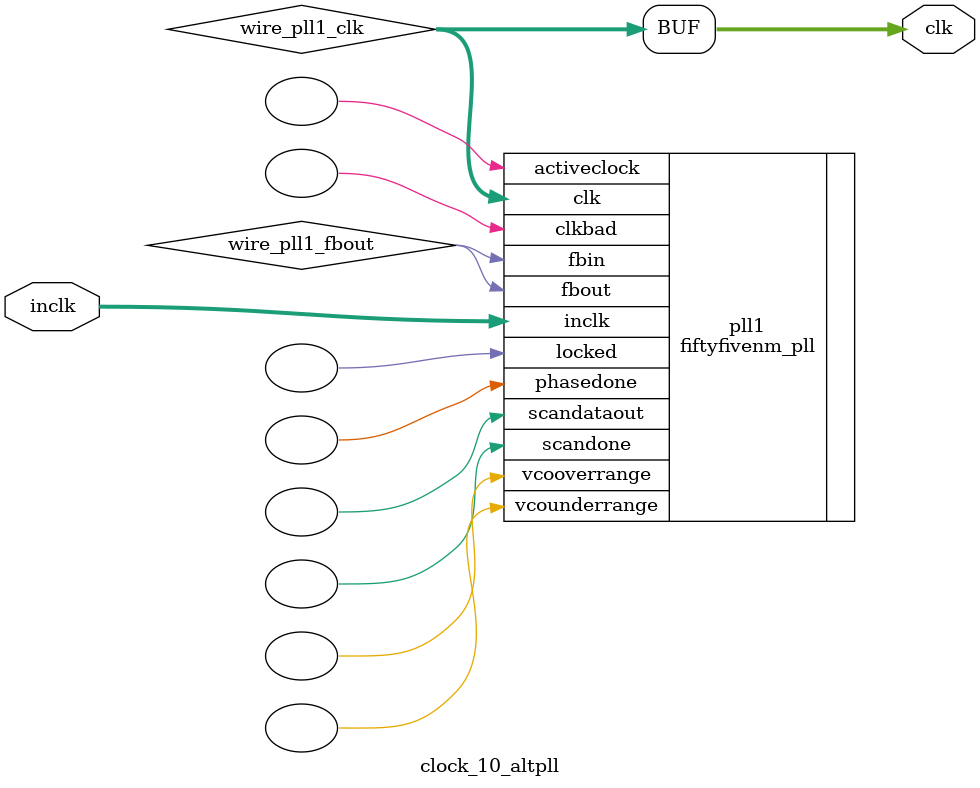
<source format=v>






//synthesis_resources = fiftyfivenm_pll 1 
//synopsys translate_off
`timescale 1 ps / 1 ps
//synopsys translate_on
module  clock_10_altpll
	( 
	clk,
	inclk) /* synthesis synthesis_clearbox=1 */;
	output   [4:0]  clk;
	input   [1:0]  inclk;
`ifndef ALTERA_RESERVED_QIS
// synopsys translate_off
`endif
	tri0   [1:0]  inclk;
`ifndef ALTERA_RESERVED_QIS
// synopsys translate_on
`endif

	wire  [4:0]   wire_pll1_clk;
	wire  wire_pll1_fbout;

	fiftyfivenm_pll   pll1
	( 
	.activeclock(),
	.clk(wire_pll1_clk),
	.clkbad(),
	.fbin(wire_pll1_fbout),
	.fbout(wire_pll1_fbout),
	.inclk(inclk),
	.locked(),
	.phasedone(),
	.scandataout(),
	.scandone(),
	.vcooverrange(),
	.vcounderrange()
	`ifndef FORMAL_VERIFICATION
	// synopsys translate_off
	`endif
	,
	.areset(1'b0),
	.clkswitch(1'b0),
	.configupdate(1'b0),
	.pfdena(1'b1),
	.phasecounterselect({3{1'b0}}),
	.phasestep(1'b0),
	.phaseupdown(1'b0),
	.scanclk(1'b0),
	.scanclkena(1'b1),
	.scandata(1'b0)
	`ifndef FORMAL_VERIFICATION
	// synopsys translate_on
	`endif
	);
	defparam
		pll1.bandwidth_type = "auto",
		pll1.clk0_divide_by = 1,
		pll1.clk0_duty_cycle = 50,
		pll1.clk0_multiply_by = 1,
		pll1.clk0_phase_shift = "0",
		pll1.compensate_clock = "clk0",
		pll1.inclk0_input_frequency = 100000,
		pll1.operation_mode = "normal",
		pll1.pll_type = "auto",
		pll1.lpm_type = "fiftyfivenm_pll";
	assign
		clk = {wire_pll1_clk[4:0]};
endmodule //clock_10_altpll
//VALID FILE

</source>
